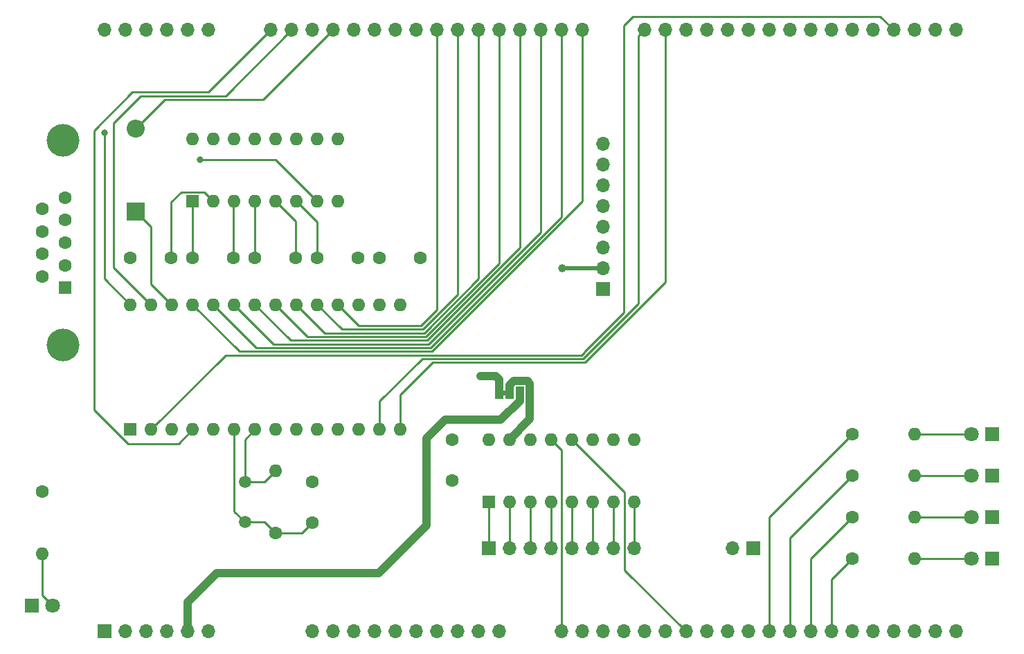
<source format=gtl>
G04 #@! TF.GenerationSoftware,KiCad,Pcbnew,7.0.8-7.0.8~ubuntu22.04.1*
G04 #@! TF.CreationDate,2023-11-11T15:49:16+10:00*
G04 #@! TF.ProjectId,IoBoard,496f426f-6172-4642-9e6b-696361645f70,rev?*
G04 #@! TF.SameCoordinates,Original*
G04 #@! TF.FileFunction,Copper,L1,Top*
G04 #@! TF.FilePolarity,Positive*
%FSLAX46Y46*%
G04 Gerber Fmt 4.6, Leading zero omitted, Abs format (unit mm)*
G04 Created by KiCad (PCBNEW 7.0.8-7.0.8~ubuntu22.04.1) date 2023-11-11 15:49:16*
%MOMM*%
%LPD*%
G01*
G04 APERTURE LIST*
G04 #@! TA.AperFunction,ComponentPad*
%ADD10C,1.600000*%
G04 #@! TD*
G04 #@! TA.AperFunction,ComponentPad*
%ADD11R,1.700000X1.700000*%
G04 #@! TD*
G04 #@! TA.AperFunction,ComponentPad*
%ADD12O,1.700000X1.700000*%
G04 #@! TD*
G04 #@! TA.AperFunction,ComponentPad*
%ADD13C,1.500000*%
G04 #@! TD*
G04 #@! TA.AperFunction,ComponentPad*
%ADD14O,1.600000X1.600000*%
G04 #@! TD*
G04 #@! TA.AperFunction,ComponentPad*
%ADD15R,1.800000X1.800000*%
G04 #@! TD*
G04 #@! TA.AperFunction,ComponentPad*
%ADD16C,1.800000*%
G04 #@! TD*
G04 #@! TA.AperFunction,ComponentPad*
%ADD17R,2.200000X2.200000*%
G04 #@! TD*
G04 #@! TA.AperFunction,ComponentPad*
%ADD18O,2.200000X2.200000*%
G04 #@! TD*
G04 #@! TA.AperFunction,ComponentPad*
%ADD19R,1.600000X1.600000*%
G04 #@! TD*
G04 #@! TA.AperFunction,ComponentPad*
%ADD20C,4.000000*%
G04 #@! TD*
G04 #@! TA.AperFunction,SMDPad,CuDef*
%ADD21R,1.000000X1.500000*%
G04 #@! TD*
G04 #@! TA.AperFunction,SMDPad,CuDef*
%ADD22C,1.000000*%
G04 #@! TD*
G04 #@! TA.AperFunction,ViaPad*
%ADD23C,0.800000*%
G04 #@! TD*
G04 #@! TA.AperFunction,Conductor*
%ADD24C,1.000000*%
G04 #@! TD*
G04 #@! TA.AperFunction,Conductor*
%ADD25C,0.250000*%
G04 #@! TD*
G04 #@! TA.AperFunction,Conductor*
%ADD26C,0.500000*%
G04 #@! TD*
G04 APERTURE END LIST*
G04 #@! TA.AperFunction,EtchedComponent*
G36*
X135490000Y-70785000D02*
G01*
X134990000Y-70785000D01*
X134990000Y-70185000D01*
X135490000Y-70185000D01*
X135490000Y-70785000D01*
G37*
G04 #@! TD.AperFunction*
D10*
X125015000Y-53975000D03*
X120015000Y-53975000D03*
D11*
X133350000Y-89535000D03*
D12*
X135890000Y-89535000D03*
X138430000Y-89535000D03*
X140970000Y-89535000D03*
X143510000Y-89535000D03*
X146050000Y-89535000D03*
X148590000Y-89535000D03*
X151130000Y-89535000D03*
D13*
X103535000Y-81370000D03*
X103535000Y-86270000D03*
D10*
X177800000Y-75565000D03*
D14*
X185420000Y-75565000D03*
D10*
X107315000Y-87630000D03*
D14*
X107315000Y-80010000D03*
D15*
X194945000Y-85725000D03*
D16*
X192405000Y-85725000D03*
D10*
X94535000Y-53975000D03*
X89535000Y-53975000D03*
X177800000Y-85725000D03*
D14*
X185420000Y-85725000D03*
D15*
X194945000Y-75565000D03*
D16*
X192405000Y-75565000D03*
D10*
X128905000Y-76240000D03*
X128905000Y-81240000D03*
X177800000Y-90805000D03*
D14*
X185420000Y-90805000D03*
D15*
X77470000Y-96520000D03*
D16*
X80010000Y-96520000D03*
D17*
X90170000Y-48260000D03*
D18*
X90170000Y-38100000D03*
D11*
X147320000Y-57785000D03*
D12*
X147320000Y-55245000D03*
X147320000Y-52705000D03*
X147320000Y-50165000D03*
X147320000Y-47625000D03*
X147320000Y-45085000D03*
X147320000Y-42545000D03*
X147320000Y-40005000D03*
D10*
X78740000Y-82550000D03*
D14*
X78740000Y-90170000D03*
D10*
X112395000Y-53975000D03*
X117395000Y-53975000D03*
D19*
X97155000Y-46990000D03*
D14*
X99695000Y-46990000D03*
X102235000Y-46990000D03*
X104775000Y-46990000D03*
X107315000Y-46990000D03*
X109855000Y-46990000D03*
X112395000Y-46990000D03*
X114935000Y-46990000D03*
X114935000Y-39370000D03*
X112395000Y-39370000D03*
X109855000Y-39370000D03*
X107315000Y-39370000D03*
X104775000Y-39370000D03*
X102235000Y-39370000D03*
X99695000Y-39370000D03*
X97155000Y-39370000D03*
D19*
X89545000Y-74935000D03*
D14*
X92085000Y-74935000D03*
X94625000Y-74935000D03*
X97165000Y-74935000D03*
X99705000Y-74935000D03*
X102245000Y-74935000D03*
X104785000Y-74935000D03*
X107325000Y-74935000D03*
X109865000Y-74935000D03*
X112405000Y-74935000D03*
X114945000Y-74935000D03*
X117485000Y-74935000D03*
X120025000Y-74935000D03*
X122565000Y-74935000D03*
X122565000Y-59695000D03*
X120025000Y-59695000D03*
X117485000Y-59695000D03*
X114945000Y-59695000D03*
X112405000Y-59695000D03*
X109865000Y-59695000D03*
X107325000Y-59695000D03*
X104785000Y-59695000D03*
X102245000Y-59695000D03*
X99705000Y-59695000D03*
X97165000Y-59695000D03*
X94625000Y-59695000D03*
X92085000Y-59695000D03*
X89545000Y-59695000D03*
D20*
X81280000Y-39580000D03*
X81280000Y-64580000D03*
D19*
X81580000Y-57620000D03*
D10*
X81580000Y-54850000D03*
X81580000Y-52080000D03*
X81580000Y-49310000D03*
X81580000Y-46540000D03*
X78740000Y-56235000D03*
X78740000Y-53465000D03*
X78740000Y-50695000D03*
X78740000Y-47925000D03*
D21*
X134590000Y-70485000D03*
X135890000Y-70485000D03*
X137190000Y-70485000D03*
D10*
X111760000Y-86360000D03*
X111760000Y-81360000D03*
X177800000Y-80645000D03*
D14*
X185420000Y-80645000D03*
D10*
X104775000Y-53975000D03*
X109775000Y-53975000D03*
D15*
X194945000Y-90805000D03*
D16*
X192405000Y-90805000D03*
D11*
X86360000Y-99695000D03*
D12*
X88900000Y-99695000D03*
X91440000Y-99695000D03*
X93980000Y-99695000D03*
X96520000Y-99695000D03*
X99060000Y-99695000D03*
X111760000Y-99695000D03*
X114300000Y-99695000D03*
X116840000Y-99695000D03*
X119380000Y-99695000D03*
X121920000Y-99695000D03*
X124460000Y-99695000D03*
X127000000Y-99695000D03*
X129540000Y-99695000D03*
X132080000Y-99695000D03*
X134620000Y-99695000D03*
X142240000Y-99695000D03*
X144780000Y-99695000D03*
X147320000Y-99695000D03*
X149860000Y-99695000D03*
X152400000Y-99695000D03*
X154940000Y-99695000D03*
X157480000Y-99695000D03*
X160020000Y-99695000D03*
X162560000Y-99695000D03*
X165100000Y-99695000D03*
X167640000Y-99695000D03*
X170180000Y-99695000D03*
X172720000Y-99695000D03*
X175260000Y-99695000D03*
X177800000Y-99695000D03*
X180340000Y-99695000D03*
X182880000Y-99695000D03*
X185420000Y-99695000D03*
X187960000Y-99695000D03*
X190500000Y-99695000D03*
X190500000Y-26035000D03*
X187960000Y-26035000D03*
X185420000Y-26035000D03*
X182880000Y-26035000D03*
X180340000Y-26035000D03*
X177800000Y-26035000D03*
X175260000Y-26035000D03*
X172720000Y-26035000D03*
X170180000Y-26035000D03*
X167640000Y-26035000D03*
X165100000Y-26035000D03*
X162560000Y-26035000D03*
X160020000Y-26035000D03*
X157480000Y-26035000D03*
X154940000Y-26035000D03*
X152400000Y-26035000D03*
X144780000Y-26035000D03*
X142240000Y-26035000D03*
X139700000Y-26035000D03*
X137160000Y-26035000D03*
X134620000Y-26035000D03*
X132080000Y-26035000D03*
X129540000Y-26035000D03*
X127000000Y-26035000D03*
X124460000Y-26035000D03*
X121920000Y-26035000D03*
X119380000Y-26035000D03*
X116840000Y-26035000D03*
X114300000Y-26035000D03*
X111760000Y-26035000D03*
X109220000Y-26035000D03*
X106680000Y-26035000D03*
X99060000Y-26035000D03*
X96520000Y-26035000D03*
X93980000Y-26035000D03*
X91440000Y-26035000D03*
X88900000Y-26035000D03*
X86360000Y-26035000D03*
D15*
X194945000Y-80645000D03*
D16*
X192405000Y-80645000D03*
D11*
X165735000Y-89535000D03*
D12*
X163195000Y-89535000D03*
D19*
X133350000Y-83820000D03*
D14*
X135890000Y-83820000D03*
X138430000Y-83820000D03*
X140970000Y-83820000D03*
X143510000Y-83820000D03*
X146050000Y-83820000D03*
X148590000Y-83820000D03*
X151130000Y-83820000D03*
X151130000Y-76200000D03*
X148590000Y-76200000D03*
X146050000Y-76200000D03*
X143510000Y-76200000D03*
X140970000Y-76200000D03*
X138430000Y-76200000D03*
X135890000Y-76200000D03*
X133350000Y-76200000D03*
D10*
X97155000Y-53975000D03*
X102155000Y-53975000D03*
D22*
X142367000Y-55245000D03*
D23*
X132334000Y-68453000D03*
X86360000Y-38608000D03*
X98044000Y-41910000D03*
D24*
X134590000Y-68804000D02*
X134239000Y-68453000D01*
X134239000Y-68453000D02*
X132334000Y-68453000D01*
X134590000Y-70485000D02*
X134590000Y-68804000D01*
X119888000Y-92583000D02*
X125730000Y-86741000D01*
X125730000Y-76073000D02*
X128016000Y-73787000D01*
X128016000Y-73787000D02*
X134827950Y-73787000D01*
X125730000Y-86741000D02*
X125730000Y-76073000D01*
X96520000Y-99695000D02*
X96520000Y-96139000D01*
X96520000Y-96139000D02*
X100076000Y-92583000D01*
X100076000Y-92583000D02*
X119888000Y-92583000D01*
X137190000Y-71424950D02*
X137190000Y-70485000D01*
X134827950Y-73787000D02*
X137190000Y-71424950D01*
D25*
X142240000Y-77470000D02*
X140970000Y-76200000D01*
X142240000Y-99695000D02*
X142240000Y-77470000D01*
X157480000Y-99695000D02*
X149955000Y-92170000D01*
X149955000Y-92170000D02*
X149955000Y-82645000D01*
X149955000Y-82645000D02*
X143510000Y-76200000D01*
X167640000Y-99695000D02*
X167640000Y-85725000D01*
X167640000Y-85725000D02*
X177800000Y-75565000D01*
X170180000Y-99695000D02*
X170180000Y-88265000D01*
X170180000Y-88265000D02*
X177800000Y-80645000D01*
X172720000Y-90805000D02*
X177800000Y-85725000D01*
X172720000Y-99695000D02*
X172720000Y-90805000D01*
X175260000Y-99695000D02*
X175260000Y-93345000D01*
X175260000Y-93345000D02*
X177800000Y-90805000D01*
X144720604Y-65844000D02*
X145034000Y-65530604D01*
X149860000Y-25527000D02*
X151003000Y-24384000D01*
X149860000Y-60637000D02*
X149860000Y-25527000D01*
X181229000Y-24384000D02*
X182880000Y-26035000D01*
X101176000Y-65844000D02*
X144720604Y-65844000D01*
X92085000Y-74935000D02*
X101176000Y-65844000D01*
X145034000Y-65530604D02*
X145034000Y-65463000D01*
X145034000Y-65463000D02*
X149860000Y-60637000D01*
X151003000Y-24384000D02*
X181229000Y-24384000D01*
X145093396Y-66744000D02*
X126492000Y-66744000D01*
X122565000Y-70671000D02*
X122565000Y-74935000D01*
X154940000Y-26035000D02*
X154940000Y-56897396D01*
X126492000Y-66744000D02*
X122565000Y-70671000D01*
X154940000Y-56897396D02*
X145093396Y-66744000D01*
X144907000Y-66294000D02*
X125222000Y-66294000D01*
X151638000Y-26797000D02*
X151638000Y-59563000D01*
X152400000Y-26035000D02*
X151638000Y-26797000D01*
X125222000Y-66294000D02*
X120025000Y-71491000D01*
X151638000Y-59563000D02*
X144907000Y-66294000D01*
X120025000Y-71491000D02*
X120025000Y-74935000D01*
X144780000Y-46999772D02*
X126399772Y-65380000D01*
X144780000Y-26035000D02*
X144780000Y-46999772D01*
X126399772Y-65380000D02*
X102850000Y-65380000D01*
X102850000Y-65380000D02*
X97165000Y-59695000D01*
X104940000Y-64930000D02*
X99705000Y-59695000D01*
X126213376Y-64930000D02*
X104940000Y-64930000D01*
X142240000Y-26035000D02*
X142240000Y-48903376D01*
X142240000Y-48903376D02*
X126213376Y-64930000D01*
X126026980Y-64480000D02*
X107030000Y-64480000D01*
X139700000Y-26035000D02*
X139700000Y-50806980D01*
X107030000Y-64480000D02*
X102245000Y-59695000D01*
X139700000Y-50806980D02*
X126026980Y-64480000D01*
X137160000Y-26035000D02*
X137160000Y-52710584D01*
X125840584Y-64030000D02*
X109120000Y-64030000D01*
X109120000Y-64030000D02*
X104785000Y-59695000D01*
X137160000Y-52710584D02*
X125840584Y-64030000D01*
X134620000Y-54614188D02*
X125654188Y-63580000D01*
X134620000Y-26035000D02*
X134620000Y-54614188D01*
X111210000Y-63580000D02*
X107325000Y-59695000D01*
X125654188Y-63580000D02*
X111210000Y-63580000D01*
X132080000Y-56517792D02*
X125467792Y-63130000D01*
X132080000Y-26035000D02*
X132080000Y-56517792D01*
X125467792Y-63130000D02*
X113300000Y-63130000D01*
X113300000Y-63130000D02*
X109865000Y-59695000D01*
X115390000Y-62680000D02*
X112405000Y-59695000D01*
X125281396Y-62680000D02*
X115390000Y-62680000D01*
X129540000Y-58421396D02*
X125281396Y-62680000D01*
X129540000Y-26035000D02*
X129540000Y-58421396D01*
X116205000Y-60960000D02*
X116205000Y-60955000D01*
X127000000Y-26035000D02*
X127000000Y-60325000D01*
X117475000Y-62230000D02*
X116205000Y-60960000D01*
X125095000Y-62230000D02*
X117475000Y-62230000D01*
X127000000Y-60325000D02*
X125095000Y-62230000D01*
X116205000Y-60955000D02*
X114945000Y-59695000D01*
X89545000Y-59695000D02*
X86360000Y-56510000D01*
X86360000Y-56510000D02*
X86360000Y-38608000D01*
X93726000Y-34544000D02*
X105791000Y-34544000D01*
X105791000Y-34544000D02*
X114300000Y-26035000D01*
X90170000Y-38100000D02*
X93726000Y-34544000D01*
X90805000Y-34094000D02*
X87503000Y-37396000D01*
X101161000Y-34094000D02*
X90805000Y-34094000D01*
X109220000Y-26035000D02*
X101161000Y-34094000D01*
X87503000Y-55113000D02*
X92085000Y-59695000D01*
X87503000Y-37396000D02*
X87503000Y-55113000D01*
X95392000Y-76708000D02*
X89258380Y-76708000D01*
X89789000Y-33644000D02*
X99071000Y-33644000D01*
X85090000Y-70358000D02*
X85090000Y-38343000D01*
X85090000Y-72539620D02*
X85090000Y-69342000D01*
X97165000Y-74935000D02*
X95392000Y-76708000D01*
X89258380Y-76708000D02*
X85090000Y-72539620D01*
X99071000Y-33644000D02*
X106680000Y-26035000D01*
X85090000Y-38343000D02*
X89789000Y-33644000D01*
X185420000Y-75565000D02*
X192405000Y-75565000D01*
X192405000Y-80645000D02*
X185420000Y-80645000D01*
X185420000Y-85725000D02*
X192405000Y-85725000D01*
X192405000Y-90805000D02*
X185420000Y-90805000D01*
X78740000Y-95250000D02*
X80010000Y-96520000D01*
X78740000Y-90170000D02*
X78740000Y-95250000D01*
X94625000Y-59695000D02*
X92075000Y-57145000D01*
X92075000Y-57145000D02*
X92075000Y-50165000D01*
X92075000Y-50165000D02*
X90170000Y-48260000D01*
D26*
X147320000Y-55245000D02*
X142367000Y-55245000D01*
D25*
X103535000Y-86270000D02*
X105955000Y-86270000D01*
X102245000Y-74935000D02*
X102245000Y-84980000D01*
X110490000Y-87630000D02*
X111760000Y-86360000D01*
X107315000Y-87630000D02*
X110490000Y-87630000D01*
X102245000Y-84980000D02*
X103535000Y-86270000D01*
X105955000Y-86270000D02*
X107315000Y-87630000D01*
X97155000Y-53975000D02*
X97155000Y-46990000D01*
X102155000Y-53975000D02*
X102155000Y-47070000D01*
X102155000Y-47070000D02*
X102235000Y-46990000D01*
X112395000Y-53975000D02*
X112395000Y-49530000D01*
X112395000Y-49530000D02*
X109855000Y-46990000D01*
X104775000Y-53975000D02*
X104775000Y-46990000D01*
X109775000Y-53975000D02*
X109775000Y-49450000D01*
X109775000Y-49450000D02*
X107315000Y-46990000D01*
X99695000Y-46990000D02*
X98570000Y-45865000D01*
X94535000Y-47070000D02*
X94535000Y-53975000D01*
X98570000Y-45865000D02*
X95740000Y-45865000D01*
X95740000Y-45865000D02*
X94535000Y-47070000D01*
X107315000Y-41910000D02*
X112395000Y-46990000D01*
X98044000Y-41910000D02*
X107315000Y-41910000D01*
X105955000Y-81370000D02*
X107315000Y-80010000D01*
X103535000Y-81370000D02*
X105955000Y-81370000D01*
X103535000Y-76185000D02*
X104785000Y-74935000D01*
X103535000Y-81370000D02*
X103535000Y-76185000D01*
X151130000Y-89535000D02*
X151130000Y-83820000D01*
X148590000Y-83820000D02*
X148590000Y-89535000D01*
X146050000Y-89535000D02*
X146050000Y-83820000D01*
X143510000Y-83820000D02*
X143510000Y-89535000D01*
X140970000Y-83820000D02*
X140970000Y-89535000D01*
X138430000Y-83820000D02*
X138430000Y-89535000D01*
X135890000Y-89535000D02*
X135890000Y-83820000D01*
X133350000Y-83820000D02*
X133350000Y-89535000D01*
D24*
X135890000Y-70485000D02*
X135890000Y-69545050D01*
X135890000Y-69545050D02*
X136400050Y-69035000D01*
X138390000Y-73700000D02*
X135890000Y-76200000D01*
X138390000Y-69977000D02*
X138390000Y-73700000D01*
X138083000Y-69035000D02*
X138390000Y-69342000D01*
X138390000Y-69342000D02*
X138390000Y-69977000D01*
X136400050Y-69035000D02*
X138083000Y-69035000D01*
M02*

</source>
